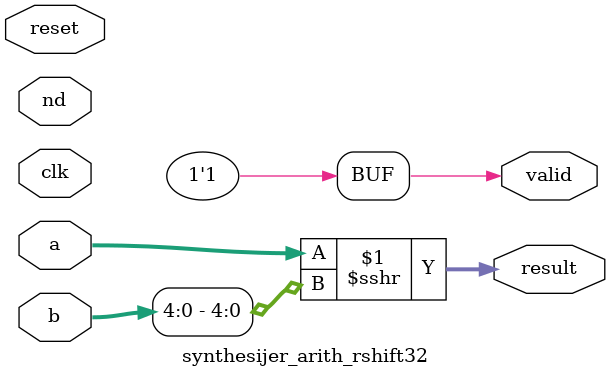
<source format=v>
`default_nettype none

module synthesijer_arith_rshift32
  (
   input wire 		     clk,
   input wire 		     reset,
   input wire signed [31:0]  a,
   input wire signed [31:0]  b,
   input wire 		     nd,
  
   output wire signed [31:0] result,
   output wire 		     valid
   );

   assign result = a >>> b[4:0];
   assign valid = 1'b1;

endmodule

`default_nettype wire

</source>
